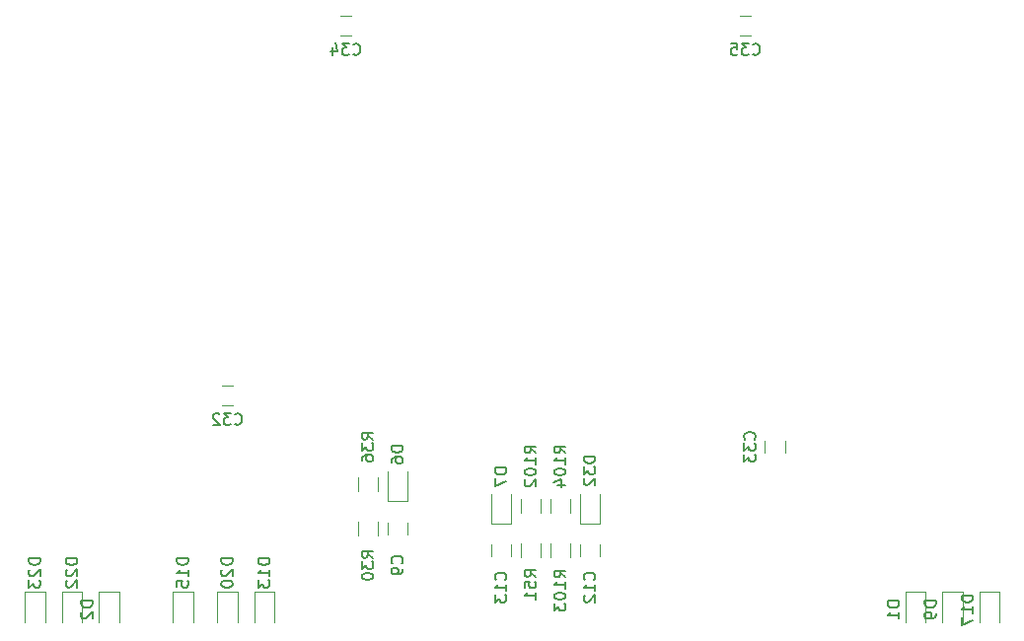
<source format=gbr>
G04 #@! TF.FileFunction,Legend,Bot*
%FSLAX46Y46*%
G04 Gerber Fmt 4.6, Leading zero omitted, Abs format (unit mm)*
G04 Created by KiCad (PCBNEW 4.0.4-stable) date 05/15/17 18:30:56*
%MOMM*%
%LPD*%
G01*
G04 APERTURE LIST*
%ADD10C,0.100000*%
%ADD11C,0.120000*%
%ADD12C,0.150000*%
G04 APERTURE END LIST*
D10*
D11*
X41775000Y-80225000D02*
X40775000Y-80225000D01*
X40775000Y-78525000D02*
X41775000Y-78525000D01*
X87415000Y-84320000D02*
X87415000Y-83320000D01*
X89115000Y-83320000D02*
X89115000Y-84320000D01*
X51935000Y-48475000D02*
X50935000Y-48475000D01*
X50935000Y-46775000D02*
X51935000Y-46775000D01*
X86225000Y-48475000D02*
X85225000Y-48475000D01*
X85225000Y-46775000D02*
X86225000Y-46775000D01*
X99480000Y-96290000D02*
X101180000Y-96290000D01*
X101180000Y-96290000D02*
X101180000Y-98840000D01*
X99480000Y-96290000D02*
X99480000Y-98840000D01*
X102655000Y-96290000D02*
X104355000Y-96290000D01*
X104355000Y-96290000D02*
X104355000Y-98840000D01*
X102655000Y-96290000D02*
X102655000Y-98840000D01*
X43600000Y-96290000D02*
X45300000Y-96290000D01*
X45300000Y-96290000D02*
X45300000Y-98840000D01*
X43600000Y-96290000D02*
X43600000Y-98840000D01*
X36615000Y-96290000D02*
X38315000Y-96290000D01*
X38315000Y-96290000D02*
X38315000Y-98840000D01*
X36615000Y-96290000D02*
X36615000Y-98840000D01*
X105830000Y-96290000D02*
X107530000Y-96290000D01*
X107530000Y-96290000D02*
X107530000Y-98840000D01*
X105830000Y-96290000D02*
X105830000Y-98840000D01*
X40425000Y-96290000D02*
X42125000Y-96290000D01*
X42125000Y-96290000D02*
X42125000Y-98840000D01*
X40425000Y-96290000D02*
X40425000Y-98840000D01*
X27090000Y-96290000D02*
X28790000Y-96290000D01*
X28790000Y-96290000D02*
X28790000Y-98840000D01*
X27090000Y-96290000D02*
X27090000Y-98840000D01*
X23915000Y-96290000D02*
X25615000Y-96290000D01*
X25615000Y-96290000D02*
X25615000Y-98840000D01*
X23915000Y-96290000D02*
X23915000Y-98840000D01*
X56730000Y-90305000D02*
X56730000Y-91305000D01*
X55030000Y-91305000D02*
X55030000Y-90305000D01*
X73240000Y-92210000D02*
X73240000Y-93210000D01*
X71540000Y-93210000D02*
X71540000Y-92210000D01*
X65620000Y-92210000D02*
X65620000Y-93210000D01*
X63920000Y-93210000D02*
X63920000Y-92210000D01*
X30265000Y-96290000D02*
X31965000Y-96290000D01*
X31965000Y-96290000D02*
X31965000Y-98840000D01*
X30265000Y-96290000D02*
X30265000Y-98840000D01*
X56730000Y-88495000D02*
X55030000Y-88495000D01*
X55030000Y-88495000D02*
X55030000Y-85945000D01*
X56730000Y-88495000D02*
X56730000Y-85945000D01*
X65620000Y-90400000D02*
X63920000Y-90400000D01*
X63920000Y-90400000D02*
X63920000Y-87850000D01*
X65620000Y-90400000D02*
X65620000Y-87850000D01*
X73240000Y-90400000D02*
X71540000Y-90400000D01*
X71540000Y-90400000D02*
X71540000Y-87850000D01*
X73240000Y-90400000D02*
X73240000Y-87850000D01*
X52460000Y-90205000D02*
X52460000Y-91405000D01*
X54220000Y-91405000D02*
X54220000Y-90205000D01*
X52460000Y-86395000D02*
X52460000Y-87595000D01*
X54220000Y-87595000D02*
X54220000Y-86395000D01*
X66430000Y-92110000D02*
X66430000Y-93310000D01*
X68190000Y-93310000D02*
X68190000Y-92110000D01*
X66430000Y-88300000D02*
X66430000Y-89500000D01*
X68190000Y-89500000D02*
X68190000Y-88300000D01*
X68970000Y-92110000D02*
X68970000Y-93310000D01*
X70730000Y-93310000D02*
X70730000Y-92110000D01*
X68970000Y-88300000D02*
X68970000Y-89500000D01*
X70730000Y-89500000D02*
X70730000Y-88300000D01*
D12*
X41917857Y-81832143D02*
X41965476Y-81879762D01*
X42108333Y-81927381D01*
X42203571Y-81927381D01*
X42346429Y-81879762D01*
X42441667Y-81784524D01*
X42489286Y-81689286D01*
X42536905Y-81498810D01*
X42536905Y-81355952D01*
X42489286Y-81165476D01*
X42441667Y-81070238D01*
X42346429Y-80975000D01*
X42203571Y-80927381D01*
X42108333Y-80927381D01*
X41965476Y-80975000D01*
X41917857Y-81022619D01*
X41584524Y-80927381D02*
X40965476Y-80927381D01*
X41298810Y-81308333D01*
X41155952Y-81308333D01*
X41060714Y-81355952D01*
X41013095Y-81403571D01*
X40965476Y-81498810D01*
X40965476Y-81736905D01*
X41013095Y-81832143D01*
X41060714Y-81879762D01*
X41155952Y-81927381D01*
X41441667Y-81927381D01*
X41536905Y-81879762D01*
X41584524Y-81832143D01*
X40584524Y-81022619D02*
X40536905Y-80975000D01*
X40441667Y-80927381D01*
X40203571Y-80927381D01*
X40108333Y-80975000D01*
X40060714Y-81022619D01*
X40013095Y-81117857D01*
X40013095Y-81213095D01*
X40060714Y-81355952D01*
X40632143Y-81927381D01*
X40013095Y-81927381D01*
X86522143Y-83177143D02*
X86569762Y-83129524D01*
X86617381Y-82986667D01*
X86617381Y-82891429D01*
X86569762Y-82748571D01*
X86474524Y-82653333D01*
X86379286Y-82605714D01*
X86188810Y-82558095D01*
X86045952Y-82558095D01*
X85855476Y-82605714D01*
X85760238Y-82653333D01*
X85665000Y-82748571D01*
X85617381Y-82891429D01*
X85617381Y-82986667D01*
X85665000Y-83129524D01*
X85712619Y-83177143D01*
X85617381Y-83510476D02*
X85617381Y-84129524D01*
X85998333Y-83796190D01*
X85998333Y-83939048D01*
X86045952Y-84034286D01*
X86093571Y-84081905D01*
X86188810Y-84129524D01*
X86426905Y-84129524D01*
X86522143Y-84081905D01*
X86569762Y-84034286D01*
X86617381Y-83939048D01*
X86617381Y-83653333D01*
X86569762Y-83558095D01*
X86522143Y-83510476D01*
X85617381Y-84462857D02*
X85617381Y-85081905D01*
X85998333Y-84748571D01*
X85998333Y-84891429D01*
X86045952Y-84986667D01*
X86093571Y-85034286D01*
X86188810Y-85081905D01*
X86426905Y-85081905D01*
X86522143Y-85034286D01*
X86569762Y-84986667D01*
X86617381Y-84891429D01*
X86617381Y-84605714D01*
X86569762Y-84510476D01*
X86522143Y-84462857D01*
X52077857Y-50082143D02*
X52125476Y-50129762D01*
X52268333Y-50177381D01*
X52363571Y-50177381D01*
X52506429Y-50129762D01*
X52601667Y-50034524D01*
X52649286Y-49939286D01*
X52696905Y-49748810D01*
X52696905Y-49605952D01*
X52649286Y-49415476D01*
X52601667Y-49320238D01*
X52506429Y-49225000D01*
X52363571Y-49177381D01*
X52268333Y-49177381D01*
X52125476Y-49225000D01*
X52077857Y-49272619D01*
X51744524Y-49177381D02*
X51125476Y-49177381D01*
X51458810Y-49558333D01*
X51315952Y-49558333D01*
X51220714Y-49605952D01*
X51173095Y-49653571D01*
X51125476Y-49748810D01*
X51125476Y-49986905D01*
X51173095Y-50082143D01*
X51220714Y-50129762D01*
X51315952Y-50177381D01*
X51601667Y-50177381D01*
X51696905Y-50129762D01*
X51744524Y-50082143D01*
X50268333Y-49510714D02*
X50268333Y-50177381D01*
X50506429Y-49129762D02*
X50744524Y-49844048D01*
X50125476Y-49844048D01*
X86367857Y-50082143D02*
X86415476Y-50129762D01*
X86558333Y-50177381D01*
X86653571Y-50177381D01*
X86796429Y-50129762D01*
X86891667Y-50034524D01*
X86939286Y-49939286D01*
X86986905Y-49748810D01*
X86986905Y-49605952D01*
X86939286Y-49415476D01*
X86891667Y-49320238D01*
X86796429Y-49225000D01*
X86653571Y-49177381D01*
X86558333Y-49177381D01*
X86415476Y-49225000D01*
X86367857Y-49272619D01*
X86034524Y-49177381D02*
X85415476Y-49177381D01*
X85748810Y-49558333D01*
X85605952Y-49558333D01*
X85510714Y-49605952D01*
X85463095Y-49653571D01*
X85415476Y-49748810D01*
X85415476Y-49986905D01*
X85463095Y-50082143D01*
X85510714Y-50129762D01*
X85605952Y-50177381D01*
X85891667Y-50177381D01*
X85986905Y-50129762D01*
X86034524Y-50082143D01*
X84510714Y-49177381D02*
X84986905Y-49177381D01*
X85034524Y-49653571D01*
X84986905Y-49605952D01*
X84891667Y-49558333D01*
X84653571Y-49558333D01*
X84558333Y-49605952D01*
X84510714Y-49653571D01*
X84463095Y-49748810D01*
X84463095Y-49986905D01*
X84510714Y-50082143D01*
X84558333Y-50129762D01*
X84653571Y-50177381D01*
X84891667Y-50177381D01*
X84986905Y-50129762D01*
X85034524Y-50082143D01*
X98932381Y-97051905D02*
X97932381Y-97051905D01*
X97932381Y-97290000D01*
X97980000Y-97432858D01*
X98075238Y-97528096D01*
X98170476Y-97575715D01*
X98360952Y-97623334D01*
X98503810Y-97623334D01*
X98694286Y-97575715D01*
X98789524Y-97528096D01*
X98884762Y-97432858D01*
X98932381Y-97290000D01*
X98932381Y-97051905D01*
X98932381Y-98575715D02*
X98932381Y-98004286D01*
X98932381Y-98290000D02*
X97932381Y-98290000D01*
X98075238Y-98194762D01*
X98170476Y-98099524D01*
X98218095Y-98004286D01*
X102107381Y-97051905D02*
X101107381Y-97051905D01*
X101107381Y-97290000D01*
X101155000Y-97432858D01*
X101250238Y-97528096D01*
X101345476Y-97575715D01*
X101535952Y-97623334D01*
X101678810Y-97623334D01*
X101869286Y-97575715D01*
X101964524Y-97528096D01*
X102059762Y-97432858D01*
X102107381Y-97290000D01*
X102107381Y-97051905D01*
X102107381Y-98099524D02*
X102107381Y-98290000D01*
X102059762Y-98385239D01*
X102012143Y-98432858D01*
X101869286Y-98528096D01*
X101678810Y-98575715D01*
X101297857Y-98575715D01*
X101202619Y-98528096D01*
X101155000Y-98480477D01*
X101107381Y-98385239D01*
X101107381Y-98194762D01*
X101155000Y-98099524D01*
X101202619Y-98051905D01*
X101297857Y-98004286D01*
X101535952Y-98004286D01*
X101631190Y-98051905D01*
X101678810Y-98099524D01*
X101726429Y-98194762D01*
X101726429Y-98385239D01*
X101678810Y-98480477D01*
X101631190Y-98528096D01*
X101535952Y-98575715D01*
X44902381Y-93400714D02*
X43902381Y-93400714D01*
X43902381Y-93638809D01*
X43950000Y-93781667D01*
X44045238Y-93876905D01*
X44140476Y-93924524D01*
X44330952Y-93972143D01*
X44473810Y-93972143D01*
X44664286Y-93924524D01*
X44759524Y-93876905D01*
X44854762Y-93781667D01*
X44902381Y-93638809D01*
X44902381Y-93400714D01*
X44902381Y-94924524D02*
X44902381Y-94353095D01*
X44902381Y-94638809D02*
X43902381Y-94638809D01*
X44045238Y-94543571D01*
X44140476Y-94448333D01*
X44188095Y-94353095D01*
X43902381Y-95257857D02*
X43902381Y-95876905D01*
X44283333Y-95543571D01*
X44283333Y-95686429D01*
X44330952Y-95781667D01*
X44378571Y-95829286D01*
X44473810Y-95876905D01*
X44711905Y-95876905D01*
X44807143Y-95829286D01*
X44854762Y-95781667D01*
X44902381Y-95686429D01*
X44902381Y-95400714D01*
X44854762Y-95305476D01*
X44807143Y-95257857D01*
X37917381Y-93400714D02*
X36917381Y-93400714D01*
X36917381Y-93638809D01*
X36965000Y-93781667D01*
X37060238Y-93876905D01*
X37155476Y-93924524D01*
X37345952Y-93972143D01*
X37488810Y-93972143D01*
X37679286Y-93924524D01*
X37774524Y-93876905D01*
X37869762Y-93781667D01*
X37917381Y-93638809D01*
X37917381Y-93400714D01*
X37917381Y-94924524D02*
X37917381Y-94353095D01*
X37917381Y-94638809D02*
X36917381Y-94638809D01*
X37060238Y-94543571D01*
X37155476Y-94448333D01*
X37203095Y-94353095D01*
X36917381Y-95829286D02*
X36917381Y-95353095D01*
X37393571Y-95305476D01*
X37345952Y-95353095D01*
X37298333Y-95448333D01*
X37298333Y-95686429D01*
X37345952Y-95781667D01*
X37393571Y-95829286D01*
X37488810Y-95876905D01*
X37726905Y-95876905D01*
X37822143Y-95829286D01*
X37869762Y-95781667D01*
X37917381Y-95686429D01*
X37917381Y-95448333D01*
X37869762Y-95353095D01*
X37822143Y-95305476D01*
X105282381Y-96575714D02*
X104282381Y-96575714D01*
X104282381Y-96813809D01*
X104330000Y-96956667D01*
X104425238Y-97051905D01*
X104520476Y-97099524D01*
X104710952Y-97147143D01*
X104853810Y-97147143D01*
X105044286Y-97099524D01*
X105139524Y-97051905D01*
X105234762Y-96956667D01*
X105282381Y-96813809D01*
X105282381Y-96575714D01*
X105282381Y-98099524D02*
X105282381Y-97528095D01*
X105282381Y-97813809D02*
X104282381Y-97813809D01*
X104425238Y-97718571D01*
X104520476Y-97623333D01*
X104568095Y-97528095D01*
X104282381Y-98432857D02*
X104282381Y-99099524D01*
X105282381Y-98670952D01*
X41727381Y-93400714D02*
X40727381Y-93400714D01*
X40727381Y-93638809D01*
X40775000Y-93781667D01*
X40870238Y-93876905D01*
X40965476Y-93924524D01*
X41155952Y-93972143D01*
X41298810Y-93972143D01*
X41489286Y-93924524D01*
X41584524Y-93876905D01*
X41679762Y-93781667D01*
X41727381Y-93638809D01*
X41727381Y-93400714D01*
X40822619Y-94353095D02*
X40775000Y-94400714D01*
X40727381Y-94495952D01*
X40727381Y-94734048D01*
X40775000Y-94829286D01*
X40822619Y-94876905D01*
X40917857Y-94924524D01*
X41013095Y-94924524D01*
X41155952Y-94876905D01*
X41727381Y-94305476D01*
X41727381Y-94924524D01*
X40727381Y-95543571D02*
X40727381Y-95638810D01*
X40775000Y-95734048D01*
X40822619Y-95781667D01*
X40917857Y-95829286D01*
X41108333Y-95876905D01*
X41346429Y-95876905D01*
X41536905Y-95829286D01*
X41632143Y-95781667D01*
X41679762Y-95734048D01*
X41727381Y-95638810D01*
X41727381Y-95543571D01*
X41679762Y-95448333D01*
X41632143Y-95400714D01*
X41536905Y-95353095D01*
X41346429Y-95305476D01*
X41108333Y-95305476D01*
X40917857Y-95353095D01*
X40822619Y-95400714D01*
X40775000Y-95448333D01*
X40727381Y-95543571D01*
X28392381Y-93400714D02*
X27392381Y-93400714D01*
X27392381Y-93638809D01*
X27440000Y-93781667D01*
X27535238Y-93876905D01*
X27630476Y-93924524D01*
X27820952Y-93972143D01*
X27963810Y-93972143D01*
X28154286Y-93924524D01*
X28249524Y-93876905D01*
X28344762Y-93781667D01*
X28392381Y-93638809D01*
X28392381Y-93400714D01*
X27487619Y-94353095D02*
X27440000Y-94400714D01*
X27392381Y-94495952D01*
X27392381Y-94734048D01*
X27440000Y-94829286D01*
X27487619Y-94876905D01*
X27582857Y-94924524D01*
X27678095Y-94924524D01*
X27820952Y-94876905D01*
X28392381Y-94305476D01*
X28392381Y-94924524D01*
X27487619Y-95305476D02*
X27440000Y-95353095D01*
X27392381Y-95448333D01*
X27392381Y-95686429D01*
X27440000Y-95781667D01*
X27487619Y-95829286D01*
X27582857Y-95876905D01*
X27678095Y-95876905D01*
X27820952Y-95829286D01*
X28392381Y-95257857D01*
X28392381Y-95876905D01*
X25217381Y-93400714D02*
X24217381Y-93400714D01*
X24217381Y-93638809D01*
X24265000Y-93781667D01*
X24360238Y-93876905D01*
X24455476Y-93924524D01*
X24645952Y-93972143D01*
X24788810Y-93972143D01*
X24979286Y-93924524D01*
X25074524Y-93876905D01*
X25169762Y-93781667D01*
X25217381Y-93638809D01*
X25217381Y-93400714D01*
X24312619Y-94353095D02*
X24265000Y-94400714D01*
X24217381Y-94495952D01*
X24217381Y-94734048D01*
X24265000Y-94829286D01*
X24312619Y-94876905D01*
X24407857Y-94924524D01*
X24503095Y-94924524D01*
X24645952Y-94876905D01*
X25217381Y-94305476D01*
X25217381Y-94924524D01*
X24217381Y-95257857D02*
X24217381Y-95876905D01*
X24598333Y-95543571D01*
X24598333Y-95686429D01*
X24645952Y-95781667D01*
X24693571Y-95829286D01*
X24788810Y-95876905D01*
X25026905Y-95876905D01*
X25122143Y-95829286D01*
X25169762Y-95781667D01*
X25217381Y-95686429D01*
X25217381Y-95400714D01*
X25169762Y-95305476D01*
X25122143Y-95257857D01*
X56237143Y-93813334D02*
X56284762Y-93765715D01*
X56332381Y-93622858D01*
X56332381Y-93527620D01*
X56284762Y-93384762D01*
X56189524Y-93289524D01*
X56094286Y-93241905D01*
X55903810Y-93194286D01*
X55760952Y-93194286D01*
X55570476Y-93241905D01*
X55475238Y-93289524D01*
X55380000Y-93384762D01*
X55332381Y-93527620D01*
X55332381Y-93622858D01*
X55380000Y-93765715D01*
X55427619Y-93813334D01*
X56332381Y-94289524D02*
X56332381Y-94480000D01*
X56284762Y-94575239D01*
X56237143Y-94622858D01*
X56094286Y-94718096D01*
X55903810Y-94765715D01*
X55522857Y-94765715D01*
X55427619Y-94718096D01*
X55380000Y-94670477D01*
X55332381Y-94575239D01*
X55332381Y-94384762D01*
X55380000Y-94289524D01*
X55427619Y-94241905D01*
X55522857Y-94194286D01*
X55760952Y-94194286D01*
X55856190Y-94241905D01*
X55903810Y-94289524D01*
X55951429Y-94384762D01*
X55951429Y-94575239D01*
X55903810Y-94670477D01*
X55856190Y-94718096D01*
X55760952Y-94765715D01*
X72747143Y-95242143D02*
X72794762Y-95194524D01*
X72842381Y-95051667D01*
X72842381Y-94956429D01*
X72794762Y-94813571D01*
X72699524Y-94718333D01*
X72604286Y-94670714D01*
X72413810Y-94623095D01*
X72270952Y-94623095D01*
X72080476Y-94670714D01*
X71985238Y-94718333D01*
X71890000Y-94813571D01*
X71842381Y-94956429D01*
X71842381Y-95051667D01*
X71890000Y-95194524D01*
X71937619Y-95242143D01*
X72842381Y-96194524D02*
X72842381Y-95623095D01*
X72842381Y-95908809D02*
X71842381Y-95908809D01*
X71985238Y-95813571D01*
X72080476Y-95718333D01*
X72128095Y-95623095D01*
X71937619Y-96575476D02*
X71890000Y-96623095D01*
X71842381Y-96718333D01*
X71842381Y-96956429D01*
X71890000Y-97051667D01*
X71937619Y-97099286D01*
X72032857Y-97146905D01*
X72128095Y-97146905D01*
X72270952Y-97099286D01*
X72842381Y-96527857D01*
X72842381Y-97146905D01*
X65127143Y-95242143D02*
X65174762Y-95194524D01*
X65222381Y-95051667D01*
X65222381Y-94956429D01*
X65174762Y-94813571D01*
X65079524Y-94718333D01*
X64984286Y-94670714D01*
X64793810Y-94623095D01*
X64650952Y-94623095D01*
X64460476Y-94670714D01*
X64365238Y-94718333D01*
X64270000Y-94813571D01*
X64222381Y-94956429D01*
X64222381Y-95051667D01*
X64270000Y-95194524D01*
X64317619Y-95242143D01*
X65222381Y-96194524D02*
X65222381Y-95623095D01*
X65222381Y-95908809D02*
X64222381Y-95908809D01*
X64365238Y-95813571D01*
X64460476Y-95718333D01*
X64508095Y-95623095D01*
X64222381Y-96527857D02*
X64222381Y-97146905D01*
X64603333Y-96813571D01*
X64603333Y-96956429D01*
X64650952Y-97051667D01*
X64698571Y-97099286D01*
X64793810Y-97146905D01*
X65031905Y-97146905D01*
X65127143Y-97099286D01*
X65174762Y-97051667D01*
X65222381Y-96956429D01*
X65222381Y-96670714D01*
X65174762Y-96575476D01*
X65127143Y-96527857D01*
X29717381Y-97051905D02*
X28717381Y-97051905D01*
X28717381Y-97290000D01*
X28765000Y-97432858D01*
X28860238Y-97528096D01*
X28955476Y-97575715D01*
X29145952Y-97623334D01*
X29288810Y-97623334D01*
X29479286Y-97575715D01*
X29574524Y-97528096D01*
X29669762Y-97432858D01*
X29717381Y-97290000D01*
X29717381Y-97051905D01*
X28812619Y-98004286D02*
X28765000Y-98051905D01*
X28717381Y-98147143D01*
X28717381Y-98385239D01*
X28765000Y-98480477D01*
X28812619Y-98528096D01*
X28907857Y-98575715D01*
X29003095Y-98575715D01*
X29145952Y-98528096D01*
X29717381Y-97956667D01*
X29717381Y-98575715D01*
X56332381Y-83716905D02*
X55332381Y-83716905D01*
X55332381Y-83955000D01*
X55380000Y-84097858D01*
X55475238Y-84193096D01*
X55570476Y-84240715D01*
X55760952Y-84288334D01*
X55903810Y-84288334D01*
X56094286Y-84240715D01*
X56189524Y-84193096D01*
X56284762Y-84097858D01*
X56332381Y-83955000D01*
X56332381Y-83716905D01*
X55332381Y-85145477D02*
X55332381Y-84955000D01*
X55380000Y-84859762D01*
X55427619Y-84812143D01*
X55570476Y-84716905D01*
X55760952Y-84669286D01*
X56141905Y-84669286D01*
X56237143Y-84716905D01*
X56284762Y-84764524D01*
X56332381Y-84859762D01*
X56332381Y-85050239D01*
X56284762Y-85145477D01*
X56237143Y-85193096D01*
X56141905Y-85240715D01*
X55903810Y-85240715D01*
X55808571Y-85193096D01*
X55760952Y-85145477D01*
X55713333Y-85050239D01*
X55713333Y-84859762D01*
X55760952Y-84764524D01*
X55808571Y-84716905D01*
X55903810Y-84669286D01*
X65222381Y-85621905D02*
X64222381Y-85621905D01*
X64222381Y-85860000D01*
X64270000Y-86002858D01*
X64365238Y-86098096D01*
X64460476Y-86145715D01*
X64650952Y-86193334D01*
X64793810Y-86193334D01*
X64984286Y-86145715D01*
X65079524Y-86098096D01*
X65174762Y-86002858D01*
X65222381Y-85860000D01*
X65222381Y-85621905D01*
X64222381Y-86526667D02*
X64222381Y-87193334D01*
X65222381Y-86764762D01*
X72842381Y-84637714D02*
X71842381Y-84637714D01*
X71842381Y-84875809D01*
X71890000Y-85018667D01*
X71985238Y-85113905D01*
X72080476Y-85161524D01*
X72270952Y-85209143D01*
X72413810Y-85209143D01*
X72604286Y-85161524D01*
X72699524Y-85113905D01*
X72794762Y-85018667D01*
X72842381Y-84875809D01*
X72842381Y-84637714D01*
X71842381Y-85542476D02*
X71842381Y-86161524D01*
X72223333Y-85828190D01*
X72223333Y-85971048D01*
X72270952Y-86066286D01*
X72318571Y-86113905D01*
X72413810Y-86161524D01*
X72651905Y-86161524D01*
X72747143Y-86113905D01*
X72794762Y-86066286D01*
X72842381Y-85971048D01*
X72842381Y-85685333D01*
X72794762Y-85590095D01*
X72747143Y-85542476D01*
X71937619Y-86542476D02*
X71890000Y-86590095D01*
X71842381Y-86685333D01*
X71842381Y-86923429D01*
X71890000Y-87018667D01*
X71937619Y-87066286D01*
X72032857Y-87113905D01*
X72128095Y-87113905D01*
X72270952Y-87066286D01*
X72842381Y-86494857D01*
X72842381Y-87113905D01*
X53792381Y-93337143D02*
X53316190Y-93003809D01*
X53792381Y-92765714D02*
X52792381Y-92765714D01*
X52792381Y-93146667D01*
X52840000Y-93241905D01*
X52887619Y-93289524D01*
X52982857Y-93337143D01*
X53125714Y-93337143D01*
X53220952Y-93289524D01*
X53268571Y-93241905D01*
X53316190Y-93146667D01*
X53316190Y-92765714D01*
X52792381Y-93670476D02*
X52792381Y-94289524D01*
X53173333Y-93956190D01*
X53173333Y-94099048D01*
X53220952Y-94194286D01*
X53268571Y-94241905D01*
X53363810Y-94289524D01*
X53601905Y-94289524D01*
X53697143Y-94241905D01*
X53744762Y-94194286D01*
X53792381Y-94099048D01*
X53792381Y-93813333D01*
X53744762Y-93718095D01*
X53697143Y-93670476D01*
X52792381Y-94908571D02*
X52792381Y-95003810D01*
X52840000Y-95099048D01*
X52887619Y-95146667D01*
X52982857Y-95194286D01*
X53173333Y-95241905D01*
X53411429Y-95241905D01*
X53601905Y-95194286D01*
X53697143Y-95146667D01*
X53744762Y-95099048D01*
X53792381Y-95003810D01*
X53792381Y-94908571D01*
X53744762Y-94813333D01*
X53697143Y-94765714D01*
X53601905Y-94718095D01*
X53411429Y-94670476D01*
X53173333Y-94670476D01*
X52982857Y-94718095D01*
X52887619Y-94765714D01*
X52840000Y-94813333D01*
X52792381Y-94908571D01*
X53792381Y-83177143D02*
X53316190Y-82843809D01*
X53792381Y-82605714D02*
X52792381Y-82605714D01*
X52792381Y-82986667D01*
X52840000Y-83081905D01*
X52887619Y-83129524D01*
X52982857Y-83177143D01*
X53125714Y-83177143D01*
X53220952Y-83129524D01*
X53268571Y-83081905D01*
X53316190Y-82986667D01*
X53316190Y-82605714D01*
X52792381Y-83510476D02*
X52792381Y-84129524D01*
X53173333Y-83796190D01*
X53173333Y-83939048D01*
X53220952Y-84034286D01*
X53268571Y-84081905D01*
X53363810Y-84129524D01*
X53601905Y-84129524D01*
X53697143Y-84081905D01*
X53744762Y-84034286D01*
X53792381Y-83939048D01*
X53792381Y-83653333D01*
X53744762Y-83558095D01*
X53697143Y-83510476D01*
X52792381Y-84986667D02*
X52792381Y-84796190D01*
X52840000Y-84700952D01*
X52887619Y-84653333D01*
X53030476Y-84558095D01*
X53220952Y-84510476D01*
X53601905Y-84510476D01*
X53697143Y-84558095D01*
X53744762Y-84605714D01*
X53792381Y-84700952D01*
X53792381Y-84891429D01*
X53744762Y-84986667D01*
X53697143Y-85034286D01*
X53601905Y-85081905D01*
X53363810Y-85081905D01*
X53268571Y-85034286D01*
X53220952Y-84986667D01*
X53173333Y-84891429D01*
X53173333Y-84700952D01*
X53220952Y-84605714D01*
X53268571Y-84558095D01*
X53363810Y-84510476D01*
X67762381Y-94988143D02*
X67286190Y-94654809D01*
X67762381Y-94416714D02*
X66762381Y-94416714D01*
X66762381Y-94797667D01*
X66810000Y-94892905D01*
X66857619Y-94940524D01*
X66952857Y-94988143D01*
X67095714Y-94988143D01*
X67190952Y-94940524D01*
X67238571Y-94892905D01*
X67286190Y-94797667D01*
X67286190Y-94416714D01*
X66762381Y-95892905D02*
X66762381Y-95416714D01*
X67238571Y-95369095D01*
X67190952Y-95416714D01*
X67143333Y-95511952D01*
X67143333Y-95750048D01*
X67190952Y-95845286D01*
X67238571Y-95892905D01*
X67333810Y-95940524D01*
X67571905Y-95940524D01*
X67667143Y-95892905D01*
X67714762Y-95845286D01*
X67762381Y-95750048D01*
X67762381Y-95511952D01*
X67714762Y-95416714D01*
X67667143Y-95369095D01*
X67762381Y-96892905D02*
X67762381Y-96321476D01*
X67762381Y-96607190D02*
X66762381Y-96607190D01*
X66905238Y-96511952D01*
X67000476Y-96416714D01*
X67048095Y-96321476D01*
X67762381Y-84351953D02*
X67286190Y-84018619D01*
X67762381Y-83780524D02*
X66762381Y-83780524D01*
X66762381Y-84161477D01*
X66810000Y-84256715D01*
X66857619Y-84304334D01*
X66952857Y-84351953D01*
X67095714Y-84351953D01*
X67190952Y-84304334D01*
X67238571Y-84256715D01*
X67286190Y-84161477D01*
X67286190Y-83780524D01*
X67762381Y-85304334D02*
X67762381Y-84732905D01*
X67762381Y-85018619D02*
X66762381Y-85018619D01*
X66905238Y-84923381D01*
X67000476Y-84828143D01*
X67048095Y-84732905D01*
X66762381Y-85923381D02*
X66762381Y-86018620D01*
X66810000Y-86113858D01*
X66857619Y-86161477D01*
X66952857Y-86209096D01*
X67143333Y-86256715D01*
X67381429Y-86256715D01*
X67571905Y-86209096D01*
X67667143Y-86161477D01*
X67714762Y-86113858D01*
X67762381Y-86018620D01*
X67762381Y-85923381D01*
X67714762Y-85828143D01*
X67667143Y-85780524D01*
X67571905Y-85732905D01*
X67381429Y-85685286D01*
X67143333Y-85685286D01*
X66952857Y-85732905D01*
X66857619Y-85780524D01*
X66810000Y-85828143D01*
X66762381Y-85923381D01*
X66857619Y-86637667D02*
X66810000Y-86685286D01*
X66762381Y-86780524D01*
X66762381Y-87018620D01*
X66810000Y-87113858D01*
X66857619Y-87161477D01*
X66952857Y-87209096D01*
X67048095Y-87209096D01*
X67190952Y-87161477D01*
X67762381Y-86590048D01*
X67762381Y-87209096D01*
X70302381Y-95019953D02*
X69826190Y-94686619D01*
X70302381Y-94448524D02*
X69302381Y-94448524D01*
X69302381Y-94829477D01*
X69350000Y-94924715D01*
X69397619Y-94972334D01*
X69492857Y-95019953D01*
X69635714Y-95019953D01*
X69730952Y-94972334D01*
X69778571Y-94924715D01*
X69826190Y-94829477D01*
X69826190Y-94448524D01*
X70302381Y-95972334D02*
X70302381Y-95400905D01*
X70302381Y-95686619D02*
X69302381Y-95686619D01*
X69445238Y-95591381D01*
X69540476Y-95496143D01*
X69588095Y-95400905D01*
X69302381Y-96591381D02*
X69302381Y-96686620D01*
X69350000Y-96781858D01*
X69397619Y-96829477D01*
X69492857Y-96877096D01*
X69683333Y-96924715D01*
X69921429Y-96924715D01*
X70111905Y-96877096D01*
X70207143Y-96829477D01*
X70254762Y-96781858D01*
X70302381Y-96686620D01*
X70302381Y-96591381D01*
X70254762Y-96496143D01*
X70207143Y-96448524D01*
X70111905Y-96400905D01*
X69921429Y-96353286D01*
X69683333Y-96353286D01*
X69492857Y-96400905D01*
X69397619Y-96448524D01*
X69350000Y-96496143D01*
X69302381Y-96591381D01*
X69302381Y-97258048D02*
X69302381Y-97877096D01*
X69683333Y-97543762D01*
X69683333Y-97686620D01*
X69730952Y-97781858D01*
X69778571Y-97829477D01*
X69873810Y-97877096D01*
X70111905Y-97877096D01*
X70207143Y-97829477D01*
X70254762Y-97781858D01*
X70302381Y-97686620D01*
X70302381Y-97400905D01*
X70254762Y-97305667D01*
X70207143Y-97258048D01*
X70302381Y-84351953D02*
X69826190Y-84018619D01*
X70302381Y-83780524D02*
X69302381Y-83780524D01*
X69302381Y-84161477D01*
X69350000Y-84256715D01*
X69397619Y-84304334D01*
X69492857Y-84351953D01*
X69635714Y-84351953D01*
X69730952Y-84304334D01*
X69778571Y-84256715D01*
X69826190Y-84161477D01*
X69826190Y-83780524D01*
X70302381Y-85304334D02*
X70302381Y-84732905D01*
X70302381Y-85018619D02*
X69302381Y-85018619D01*
X69445238Y-84923381D01*
X69540476Y-84828143D01*
X69588095Y-84732905D01*
X69302381Y-85923381D02*
X69302381Y-86018620D01*
X69350000Y-86113858D01*
X69397619Y-86161477D01*
X69492857Y-86209096D01*
X69683333Y-86256715D01*
X69921429Y-86256715D01*
X70111905Y-86209096D01*
X70207143Y-86161477D01*
X70254762Y-86113858D01*
X70302381Y-86018620D01*
X70302381Y-85923381D01*
X70254762Y-85828143D01*
X70207143Y-85780524D01*
X70111905Y-85732905D01*
X69921429Y-85685286D01*
X69683333Y-85685286D01*
X69492857Y-85732905D01*
X69397619Y-85780524D01*
X69350000Y-85828143D01*
X69302381Y-85923381D01*
X69635714Y-87113858D02*
X70302381Y-87113858D01*
X69254762Y-86875762D02*
X69969048Y-86637667D01*
X69969048Y-87256715D01*
M02*

</source>
